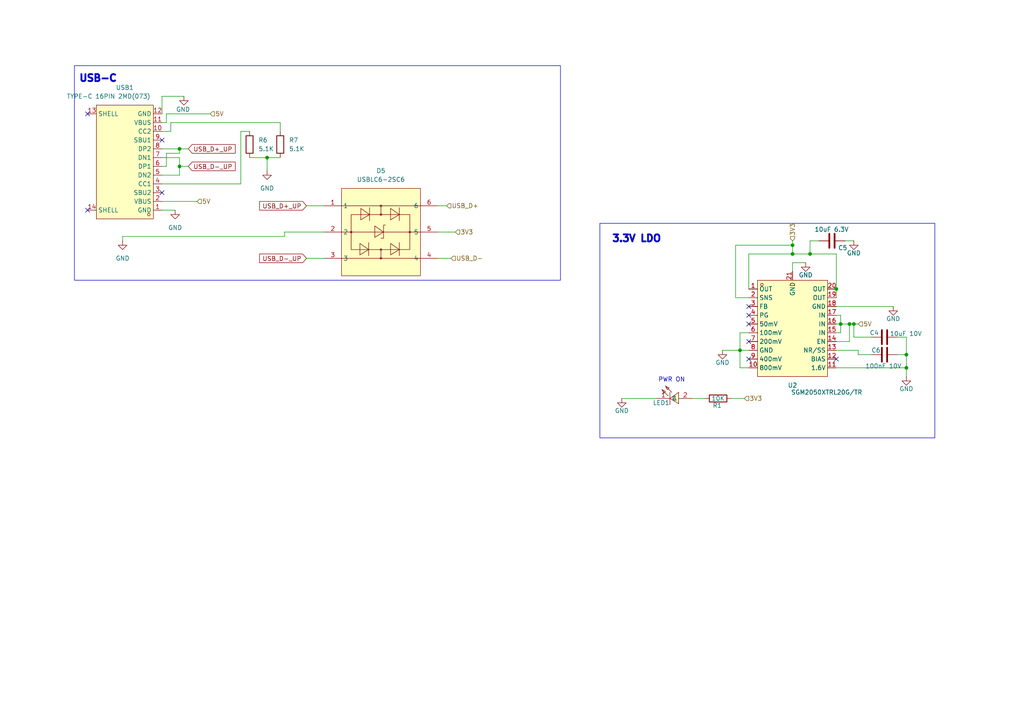
<source format=kicad_sch>
(kicad_sch (version 20250114) (generator "eeschema") (generator_version "9.0")
  (paper "A4")
  (lib_symbols
    (symbol "Device:C" (pin_numbers (hide yes)) (pin_names (offset 0.254))
      (property "Reference" "C" (at 0.635 2.54 0))
      (property "Value" "C" (at 0.635 -2.54 0))
      (symbol "C_0_1"
        (polyline (pts (xy -2.032 0.762) (xy 2.032 0.762)) (stroke (width 0.508)))
        (polyline (pts (xy -2.032 -0.762) (xy 2.032 -0.762)) (stroke (width 0.508)))
      )
      (symbol "C_1_1"
        (pin passive line (at 0 3.81 270) (length 2.794) (name "~") (number "1"))
        (pin passive line (at 0 -3.81 90) (length 2.794) (name "~") (number "2"))
      )
    )
    (symbol "Device:R" (pin_numbers (hide yes)) (pin_names (offset 0))
      (property "Reference" "R" (at 2.032 0 90))
      (property "Value" "R" (at 0 0 90))
      (symbol "R_0_1"
        (rectangle (start -1.016 -2.54) (end 1.016 2.54) (stroke (width 0.254)))
      )
      (symbol "R_1_1"
        (pin passive line (at 0 3.81 270) (length 1.27) (name "~") (number "1"))
        (pin passive line (at 0 -3.81 90) (length 1.27) (name "~") (number "2"))
      )
    )
    (symbol "easyeda2kicad:HL-PST-1608H233W(8000-12000K)"
      (property "Reference" "LED" (at 0 5.08 0))
      (property "Value" "HL-PST-1608H233W(8000-12000K)" (at 0 -5.08 0))
      (symbol "HL-PST-1608H233W(8000-12000K)_0_1"
        (polyline (pts (xy -3.56 2.54) (xy -2.54 2.03) (xy -3.05 1.52) (xy -3.56 2.54)) (fill (type background)))
        (polyline (pts (xy -2.54 3.56) (xy -1.52 3.05) (xy -2.03 2.54) (xy -2.54 3.56)) (fill (type background)))
        (polyline (pts (xy -1.78 0.76) (xy -3.56 2.54)))
        (polyline (pts (xy -1.27 -1.78) (xy -1.27 1.78)))
        (polyline (pts (xy -0.76 1.78) (xy -2.54 3.56)))
        (polyline (pts (xy 1.27 -1.52) (xy -1.27 0) (xy 1.27 1.78) (xy 1.27 -1.52)) (fill (type background)))
        (pin unspecified line (at -5.08 0 0) (length 3.81) (name "C") (number "1"))
        (pin unspecified line (at 5.08 0 180) (length 3.81) (name "A") (number "2"))
      )
    )
    (symbol "easyeda2kicad:SGM2050XTRL20G_TR"
      (property "Reference" "U" (at 0 20.32 0))
      (property "Value" "SGM2050XTRL20G/TR" (at 0 -17.78 0))
      (symbol "SGM2050XTRL20G_TR_0_1"
        (rectangle (start -10.16 12.7) (end 10.16 -15.24) (fill (type background)))
        (circle (center -8.89 11.43) (radius 0.38))
        (pin unspecified line (at -12.7 10.16 0) (length 2.54) (name "OUT") (number "1"))
        (pin unspecified line (at -12.7 7.62 0) (length 2.54) (name "SNS") (number "2"))
        (pin unspecified line (at -12.7 5.08 0) (length 2.54) (name "FB") (number "3"))
        (pin unspecified line (at -12.7 2.54 0) (length 2.54) (name "PG") (number "4"))
        (pin unspecified line (at -12.7 0 0) (length 2.54) (name "50mV") (number "5"))
        (pin unspecified line (at -12.7 -2.54 0) (length 2.54) (name "100mV") (number "6"))
        (pin unspecified line (at -12.7 -5.08 0) (length 2.54) (name "200mV") (number "7"))
        (pin unspecified line (at -12.7 -7.62 0) (length 2.54) (name "GND") (number "8"))
        (pin unspecified line (at -12.7 -10.16 0) (length 2.54) (name "400mV") (number "9"))
        (pin unspecified line (at -12.7 -12.7 0) (length 2.54) (name "800mV") (number "10"))
        (pin unspecified line (at 0 15.24 270) (length 2.54) (name "GND") (number "21"))
        (pin unspecified line (at 12.7 10.16 180) (length 2.54) (name "OUT") (number "20"))
        (pin unspecified line (at 12.7 7.62 180) (length 2.54) (name "OUT") (number "19"))
        (pin unspecified line (at 12.7 5.08 180) (length 2.54) (name "GND") (number "18"))
        (pin unspecified line (at 12.7 2.54 180) (length 2.54) (name "IN") (number "17"))
        (pin unspecified line (at 12.7 0 180) (length 2.54) (name "IN") (number "16"))
        (pin unspecified line (at 12.7 -2.54 180) (length 2.54) (name "IN") (number "15"))
        (pin unspecified line (at 12.7 -5.08 180) (length 2.54) (name "EN") (number "14"))
        (pin unspecified line (at 12.7 -7.62 180) (length 2.54) (name "NR/SS") (number "13"))
        (pin unspecified line (at 12.7 -10.16 180) (length 2.54) (name "BIAS") (number "12"))
        (pin unspecified line (at 12.7 -12.7 180) (length 2.54) (name "1.6V") (number "11"))
      )
    )
    (symbol "easyeda2kicad:TYPE-C16PIN2MD(073)"
      (property "Reference" "USB" (at 0 19.05 0))
      (property "Value" "TYPE-C 16PIN 2MD(073)" (at 0 -19.05 0))
      (symbol "TYPE-C16PIN2MD(073)_0_1"
        (rectangle (start -8.89 16.51) (end 7.62 -16.51) (fill (type background)))
        (circle (center -7.62 15.24) (radius 0.38))
        (pin unspecified line (at -11.43 13.97 0) (length 2.54) (name "GND") (number "1"))
        (pin unspecified line (at -11.43 11.43 0) (length 2.54) (name "VBUS") (number "2"))
        (pin unspecified line (at -11.43 8.89 0) (length 2.54) (name "SBU2") (number "3"))
        (pin unspecified line (at -11.43 6.35 0) (length 2.54) (name "CC1") (number "4"))
        (pin unspecified line (at -11.43 3.81 0) (length 2.54) (name "DN2") (number "5"))
        (pin unspecified line (at -11.43 1.27 0) (length 2.54) (name "DP1") (number "6"))
        (pin unspecified line (at -11.43 -1.27 0) (length 2.54) (name "DN1") (number "7"))
        (pin unspecified line (at -11.43 -3.81 0) (length 2.54) (name "DP2") (number "8"))
        (pin unspecified line (at -11.43 -6.35 0) (length 2.54) (name "SBU1") (number "9"))
        (pin unspecified line (at -11.43 -8.89 0) (length 2.54) (name "CC2") (number "10"))
        (pin unspecified line (at -11.43 -11.43 0) (length 2.54) (name "VBUS") (number "11"))
        (pin unspecified line (at -11.43 -13.97 0) (length 2.54) (name "GND") (number "12"))
        (pin unspecified line (at 10.16 13.97 180) (length 2.54) (name "SHELL") (number "14"))
        (pin unspecified line (at 10.16 -13.97 180) (length 2.54) (name "SHELL") (number "13"))
      )
    )
    (symbol "easyeda2kicad:USBLC6-2SC6"
      (property "Reference" "D" (at 0 12.7 0))
      (property "Value" "USBLC6-2SC6" (at 0 -12.7 0))
      (symbol "USBLC6-2SC6_0_1"
        (rectangle (start -11.43 12.7) (end 11.43 -12.7) (fill (type background)))
        (polyline (pts (xy -11.43 7.62) (xy 11.43 7.62)))
        (polyline (pts (xy -11.43 0) (xy 11.43 0)))
        (polyline (pts (xy -11.43 -7.62) (xy 11.43 -7.62)))
        (circle (center -8.64 0) (radius 0.25))
        (polyline (pts (xy -8.64 0) (xy -8.64 5.08) (xy 8.38 5.08) (xy 8.38 -5.08) (xy -8.64 -5.08) (xy -8.64 0)) (fill (type background)))
        (polyline (pts (xy -6.1 -6.6) (xy -3.56 -5.08) (xy -6.1 -3.3) (xy -6.1 -6.6)) (fill (type background)))
        (polyline (pts (xy -5.84 3.56) (xy -3.3 5.08) (xy -5.84 6.86) (xy -5.84 3.56)) (fill (type background)))
        (polyline (pts (xy -3.56 -3.05) (xy -3.56 -3.05) (xy -3.56 -6.86) (xy -3.56 -6.86)))
        (polyline (pts (xy -3.3 7.11) (xy -3.3 7.11) (xy -3.3 3.3) (xy -3.3 3.3)))
        (polyline (pts (xy -1.78 -1.52) (xy 0.76 0) (xy -1.78 1.78) (xy -1.78 -1.52)) (fill (type background)))
        (circle (center 0 7.62) (radius 0.25))
        (polyline (pts (xy 0 7.62) (xy 0 5.08)))
        (circle (center 0 5.08) (radius 0.25))
        (circle (center 0 -5.08) (radius 0.25))
        (polyline (pts (xy 0 -7.62) (xy 0 -5.08)))
        (circle (center 0 -7.62) (radius 0.25))
        (polyline (pts (xy 1.27 2.03) (xy 0.76 2.03) (xy 0.76 -1.78) (xy 0 -1.78)))
        (polyline (pts (xy 2.79 3.56) (xy 5.33 5.08) (xy 2.79 6.86) (xy 2.79 3.56)) (fill (type background)))
        (polyline (pts (xy 2.79 -6.6) (xy 5.33 -5.08) (xy 2.79 -3.3) (xy 2.79 -6.6)) (fill (type background)))
        (polyline (pts (xy 5.33 7.11) (xy 5.33 7.11) (xy 5.33 3.3) (xy 5.33 3.3)))
        (polyline (pts (xy 5.33 -3.05) (xy 5.33 -3.05) (xy 5.33 -6.86) (xy 5.33 -6.86)))
        (circle (center 8.38 0) (radius 0.25))
        (pin input line (at -16.51 7.62 0) (length 5.08) (name "1") (number "1"))
        (pin input line (at -16.51 0 0) (length 5.08) (name "2") (number "2"))
        (pin input line (at -16.51 -7.62 0) (length 5.08) (name "3") (number "3"))
        (pin input line (at 16.51 7.62 180) (length 5.08) (name "6") (number "6"))
        (pin input line (at 16.51 0 180) (length 5.08) (name "5") (number "5"))
        (pin input line (at 16.51 -7.62 180) (length 5.08) (name "4") (number "4"))
      )
    )
    (symbol "power:GND" (power) (pin_numbers (hide yes)) (pin_names (offset 0) (hide yes))
      (property "Value" "GND" (at 0 -3.81 0))
      (symbol "GND_0_1"
        (polyline (pts (xy 0 0) (xy 0 -1.27) (xy 1.27 -1.27) (xy 0 -2.54) (xy -1.27 -1.27) (xy 0 -1.27)))
      )
      (symbol "GND_1_1"
        (pin power_in line (at 0 0 270) (length 0) (name "~") (number "1"))
      )
    )
  )
  (rectangle (start 173.99 64.77) (end 271.145 127))
  (rectangle (start 21.59 19.05) (end 162.56 81.28))
  (text "USB-C" (at 28.448 22.86 0) (effects (font (size 2.032 2.032) (thickness 4.0742) (bold yes))))
  (text "3.3V LDO\n" (at 184.658 69.342 0) (effects (font (size 2.032 2.032) (thickness 4.0742) (bold yes))))
  (text "PWR ON" (at 194.818 110.236 0) (effects (font (size 1.27 1.27))))
  (junction (at 247.65 93.98))
  (junction (at 262.89 106.68))
  (junction (at 229.87 73.66))
  (junction (at 229.87 71.12))
  (junction (at 262.89 102.87))
  (junction (at 52.07 43.18))
  (junction (at 246.38 93.98))
  (junction (at 242.57 83.82))
  (junction (at 52.07 48.26))
  (junction (at 243.84 93.98))
  (junction (at 234.95 73.66))
  (junction (at 214.63 101.6))
  (junction (at 77.47 45.72))
  (no_connect (at 217.17 104.14))
  (no_connect (at 25.4 33.02))
  (no_connect (at 25.4 60.96))
  (no_connect (at 242.57 104.14))
  (no_connect (at 46.99 55.88))
  (no_connect (at 217.17 99.06))
  (no_connect (at 217.17 93.98))
  (no_connect (at 217.17 91.44))
  (no_connect (at 46.99 40.64))
  (no_connect (at 217.17 88.9))
  (wire (pts (xy 52.07 48.26) (xy 52.07 50.8)))
  (wire (pts (xy 242.57 99.06) (xy 246.38 99.06)))
  (wire (pts (xy 46.99 38.1) (xy 49.53 38.1)))
  (wire (pts (xy 200.66 115.57) (xy 204.47 115.57)))
  (wire (pts (xy 247.65 97.79) (xy 247.65 93.98)))
  (wire (pts (xy 213.36 71.12) (xy 213.36 86.36)))
  (wire (pts (xy 82.55 67.31) (xy 82.55 68.58)))
  (wire (pts (xy 48.26 33.02) (xy 60.96 33.02)))
  (wire (pts (xy 229.87 71.12) (xy 229.87 73.66)))
  (wire (pts (xy 243.84 91.44) (xy 242.57 91.44)))
  (wire (pts (xy 46.99 45.72) (xy 52.07 45.72)))
  (wire (pts (xy 52.07 45.72) (xy 52.07 48.26)))
  (wire (pts (xy 242.57 83.82) (xy 242.57 86.36)))
  (wire (pts (xy 213.36 71.12) (xy 229.87 71.12)))
  (wire (pts (xy 77.47 45.72) (xy 72.39 45.72)))
  (wire (pts (xy 242.57 83.82) (xy 242.57 73.66)))
  (wire (pts (xy 77.47 45.72) (xy 77.47 49.53)))
  (wire (pts (xy 82.55 67.31) (xy 93.98 67.31)))
  (wire (pts (xy 35.56 69.85) (xy 35.56 68.58)))
  (wire (pts (xy 262.89 106.68) (xy 262.89 102.87)))
  (wire (pts (xy 46.99 35.56) (xy 48.26 35.56)))
  (wire (pts (xy 237.49 69.85) (xy 234.95 69.85)))
  (wire (pts (xy 49.53 38.1) (xy 49.53 35.56)))
  (wire (pts (xy 248.92 93.98) (xy 247.65 93.98)))
  (wire (pts (xy 242.57 88.9) (xy 259.08 88.9)))
  (wire (pts (xy 214.63 106.68) (xy 214.63 101.6)))
  (wire (pts (xy 88.9 59.69) (xy 93.98 59.69)))
  (wire (pts (xy 46.99 27.94) (xy 53.34 27.94)))
  (wire (pts (xy 48.26 44.45) (xy 52.07 44.45)))
  (wire (pts (xy 248.92 101.6) (xy 248.92 102.87)))
  (wire (pts (xy 245.11 69.85) (xy 247.65 69.85)))
  (wire (pts (xy 46.99 43.18) (xy 52.07 43.18)))
  (wire (pts (xy 46.99 50.8) (xy 52.07 50.8)))
  (wire (pts (xy 229.87 69.85) (xy 229.87 71.12)))
  (wire (pts (xy 262.89 109.22) (xy 262.89 106.68)))
  (wire (pts (xy 48.26 48.26) (xy 48.26 44.45)))
  (wire (pts (xy 242.57 93.98) (xy 243.84 93.98)))
  (wire (pts (xy 81.28 35.56) (xy 81.28 38.1)))
  (wire (pts (xy 88.9 74.93) (xy 93.98 74.93)))
  (wire (pts (xy 127 59.69) (xy 129.54 59.69)))
  (wire (pts (xy 242.57 96.52) (xy 243.84 96.52)))
  (wire (pts (xy 243.84 93.98) (xy 243.84 91.44)))
  (wire (pts (xy 229.87 78.74) (xy 229.87 76.2)))
  (wire (pts (xy 260.35 102.87) (xy 262.89 102.87)))
  (wire (pts (xy 217.17 83.82) (xy 217.17 73.66)))
  (wire (pts (xy 77.47 45.72) (xy 81.28 45.72)))
  (wire (pts (xy 46.99 33.02) (xy 46.99 27.94)))
  (wire (pts (xy 213.36 86.36) (xy 217.17 86.36)))
  (wire (pts (xy 247.65 93.98) (xy 246.38 93.98)))
  (wire (pts (xy 46.99 48.26) (xy 48.26 48.26)))
  (wire (pts (xy 180.34 115.57) (xy 190.5 115.57)))
  (wire (pts (xy 48.26 35.56) (xy 48.26 33.02)))
  (wire (pts (xy 243.84 96.52) (xy 243.84 93.98)))
  (wire (pts (xy 217.17 106.68) (xy 214.63 106.68)))
  (wire (pts (xy 46.99 58.42) (xy 57.15 58.42)))
  (wire (pts (xy 49.53 35.56) (xy 81.28 35.56)))
  (wire (pts (xy 246.38 99.06) (xy 246.38 93.98)))
  (wire (pts (xy 217.17 96.52) (xy 214.63 96.52)))
  (wire (pts (xy 52.07 48.26) (xy 54.61 48.26)))
  (wire (pts (xy 248.92 102.87) (xy 252.73 102.87)))
  (wire (pts (xy 35.56 68.58) (xy 82.55 68.58)))
  (wire (pts (xy 234.95 69.85) (xy 234.95 73.66)))
  (wire (pts (xy 69.85 53.34) (xy 69.85 38.1)))
  (wire (pts (xy 46.99 53.34) (xy 69.85 53.34)))
  (wire (pts (xy 52.07 43.18) (xy 54.61 43.18)))
  (wire (pts (xy 229.87 76.2) (xy 233.68 76.2)))
  (wire (pts (xy 214.63 101.6) (xy 217.17 101.6)))
  (wire (pts (xy 217.17 73.66) (xy 229.87 73.66)))
  (wire (pts (xy 262.89 97.79) (xy 260.35 97.79)))
  (wire (pts (xy 127 67.31) (xy 132.08 67.31)))
  (wire (pts (xy 209.55 101.6) (xy 214.63 101.6)))
  (wire (pts (xy 229.87 73.66) (xy 234.95 73.66)))
  (wire (pts (xy 127 74.93) (xy 130.81 74.93)))
  (wire (pts (xy 212.09 115.57) (xy 215.9 115.57)))
  (wire (pts (xy 52.07 43.18) (xy 52.07 44.45)))
  (wire (pts (xy 262.89 102.87) (xy 262.89 97.79)))
  (wire (pts (xy 242.57 106.68) (xy 262.89 106.68)))
  (wire (pts (xy 247.65 97.79) (xy 252.73 97.79)))
  (wire (pts (xy 46.99 60.96) (xy 50.8 60.96)))
  (wire (pts (xy 246.38 93.98) (xy 243.84 93.98)))
  (wire (pts (xy 69.85 38.1) (xy 72.39 38.1)))
  (wire (pts (xy 214.63 96.52) (xy 214.63 101.6)))
  (wire (pts (xy 242.57 101.6) (xy 248.92 101.6)))
  (wire (pts (xy 234.95 73.66) (xy 242.57 73.66)))
  (global_label "USB_D-_UP" (shape input) (at 54.61 48.26 0) (property "Intersheetrefs" "${INTERSHEET_REFS}" (effects (hide yes))))
  (global_label "USB_D+_UP" (shape input) (at 88.9 59.69 180) (property "Intersheetrefs" "${INTERSHEET_REFS}" (effects (hide yes))))
  (global_label "USB_D-_UP" (shape input) (at 88.9 74.93 180) (property "Intersheetrefs" "${INTERSHEET_REFS}" (effects (hide yes))))
  (global_label "USB_D+_UP" (shape input) (at 54.61 43.18 0) (property "Intersheetrefs" "${INTERSHEET_REFS}" (effects (hide yes))))
  (hierarchical_label "USB_D+" (shape input) (at 129.54 59.69 0))
  (hierarchical_label "5V" (shape input) (at 57.15 58.42 0))
  (hierarchical_label "3V3" (shape input) (at 132.08 67.31 0))
  (hierarchical_label "USB_D-" (shape input) (at 130.81 74.93 0))
  (hierarchical_label "5V" (shape input) (at 60.96 33.02 0))
  (hierarchical_label "3V3" (shape input) (at 229.87 69.85 90))
  (hierarchical_label "3V3" (shape input) (at 215.9 115.57 0))
  (hierarchical_label "5V" (shape input) (at 248.92 93.98 0))
  (symbol (lib_id "Device:C") (at 241.3 69.85 270) (unit 1)
    (property "Reference" "C5" (at 243.078 71.882 90) (effects (justify left)))
    (property "Value" "10uF 6.3V" (at 236.22 66.548 90) (effects (justify left)))
    (property "Footprint" "Capacitor_SMD:C_0402_1005Metric" (effects (hide yes)))
    (property "Description" "Unpolarized capacitor" (effects (hide yes)))
  )
  (symbol (lib_id "power:GND") (at 247.65 69.85 0) (unit 1)
    (property "Reference" "#PWR011" (effects (hide yes)))
    (property "Value" "GND" (at 247.65 73.406 0))
    (property "Description" "Power symbol creates a global label with name \"GND\" , ground" (effects (hide yes)))
  )
  (symbol (lib_id "easyeda2kicad:HL-PST-1608H233W(8000-12000K)") (at 195.58 115.57 0) (unit 1)
    (property "Reference" "LED1" (at 191.77 116.84 0))
    (property "Value" "HL-PST-1608H233W(8000-12000K)" (effects (hide yes)))
    (property "Footprint" "easyeda2kicad:LED-SMD_L1.6-W0.8-RD-WHITE-2" (effects (hide yes)))
    (property "Datasheet" "https://lcsc.com/product-detail/Light-Emitting-Diodes-LED_Hongli-Zhihui-HONGLITRONIC-HL-PST-1608H233W-8000-12000K_C219228.html" (effects (hide yes)))
    (property "LCSC Part" "C219228" (effects (hide yes)))
  )
  (symbol (lib_id "easyeda2kicad:TYPE-C16PIN2MD(073)") (at 35.56 46.99 180) (unit 1)
    (property "Reference" "USB1" (at 36.195 25.4 0))
    (property "Value" "TYPE-C 16PIN 2MD(073)" (at 31.496 27.94 0))
    (property "Footprint" "easyeda2kicad:USB-C-SMD_TYPE-C-6PIN-2MD-073" (effects (hide yes)))
    (property "LCSC Part" "C2765186" (effects (hide yes)))
  )
  (symbol (lib_id "easyeda2kicad:USBLC6-2SC6") (at 110.49 67.31 0) (unit 1)
    (property "Reference" "D5" (at 110.49 49.53 0))
    (property "Value" "USBLC6-2SC6" (at 110.49 52.07 0))
    (property "Footprint" "easyeda2kicad:SOT-23-6_L2.9-W1.6-P0.95-LS2.8-BL" (effects (hide yes)))
    (property "Datasheet" "https://lcsc.com/product-detail/Diodes-ESD_STMicroelectronics_USBLC6-2SC6_USBLC6-2SC6_C7519.html" (effects (hide yes)))
    (property "LCSC Part" "C7519" (effects (hide yes)))
  )
  (symbol (lib_id "easyeda2kicad:SGM2050XTRL20G_TR") (at 229.87 93.98 0) (unit 1)
    (property "Reference" "U2" (at 229.87 111.76 0))
    (property "Value" "SGM2050XTRL20G/TR" (at 239.776 113.792 0))
    (property "Footprint" "easyeda2kicad:VQFN-20_L3.5-W3.5-P0.50-BL-EP2.1" (effects (hide yes)))
    (property "LCSC Part" "C5152883" (effects (hide yes)))
  )
  (symbol (lib_id "power:GND") (at 180.34 115.57 0) (unit 1)
    (property "Reference" "#PWR013" (effects (hide yes)))
    (property "Value" "GND" (at 180.34 119.126 0))
    (property "Description" "Power symbol creates a global label with name \"GND\" , ground" (effects (hide yes)))
  )
  (symbol (lib_id "power:GND") (at 50.8 60.96 0) (unit 1)
    (property "Reference" "#PWR028" (effects (hide yes)))
    (property "Value" "GND" (at 50.8 66.04 0))
    (property "Description" "Power symbol creates a global label with name \"GND\" , ground" (effects (hide yes)))
  )
  (symbol (lib_id "power:GND") (at 209.55 101.6 0) (unit 1)
    (property "Reference" "#PWR012" (effects (hide yes)))
    (property "Value" "GND" (at 209.55 105.156 0))
    (property "Description" "Power symbol creates a global label with name \"GND\" , ground" (effects (hide yes)))
  )
  (symbol (lib_id "Device:R") (at 81.28 41.91 0) (unit 1)
    (property "Reference" "R7" (at 83.82 40.6399 0) (effects (justify left)))
    (property "Value" "5.1K" (at 83.82 43.1799 0) (effects (justify left)))
    (property "Footprint" "Resistor_SMD:R_0402_1005Metric_Pad0.72x0.64mm_HandSolder" (effects (hide yes)))
    (property "Description" "Resistor" (effects (hide yes)))
  )
  (symbol (lib_id "power:GND") (at 233.68 76.2 0) (unit 1)
    (property "Reference" "#PWR08" (effects (hide yes)))
    (property "Value" "GND" (at 233.68 79.756 0))
    (property "Description" "Power symbol creates a global label with name \"GND\" , ground" (effects (hide yes)))
  )
  (symbol (lib_id "power:GND") (at 259.08 88.9 0) (unit 1)
    (property "Reference" "#PWR09" (effects (hide yes)))
    (property "Value" "GND" (at 259.08 92.456 0))
    (property "Description" "Power symbol creates a global label with name \"GND\" , ground" (effects (hide yes)))
  )
  (symbol (lib_id "Device:C") (at 256.54 102.87 270) (unit 1)
    (property "Reference" "C6" (at 252.73 101.6 90) (effects (justify left)))
    (property "Value" "100nF 10V" (at 250.952 106.172 90) (effects (justify left)))
    (property "Footprint" "Capacitor_SMD:C_0402_1005Metric" (effects (hide yes)))
    (property "Description" "Unpolarized capacitor" (effects (hide yes)))
  )
  (symbol (lib_id "power:GND") (at 53.34 27.94 0) (unit 1)
    (property "Reference" "#PWR027" (effects (hide yes)))
    (property "Value" "GND" (at 53.086 31.75 0))
    (property "Description" "Power symbol creates a global label with name \"GND\" , ground" (effects (hide yes)))
  )
  (symbol (lib_id "Device:C") (at 256.54 97.79 270) (unit 1)
    (property "Reference" "C4" (at 252.222 96.52 90) (effects (justify left)))
    (property "Value" "10uF 10V" (at 258.064 96.774 90) (effects (justify left)))
    (property "Footprint" "Capacitor_SMD:C_0402_1005Metric" (effects (hide yes)))
    (property "Description" "Unpolarized capacitor" (effects (hide yes)))
  )
  (symbol (lib_id "power:GND") (at 262.89 109.22 0) (unit 1)
    (property "Reference" "#PWR010" (effects (hide yes)))
    (property "Value" "GND" (at 262.89 112.776 0))
    (property "Description" "Power symbol creates a global label with name \"GND\" , ground" (effects (hide yes)))
  )
  (symbol (lib_id "Device:R") (at 208.28 115.57 270) (unit 1)
    (property "Reference" "R1" (at 208.026 117.602 90))
    (property "Value" "10K" (at 208.28 115.57 90))
    (property "Footprint" "Resistor_SMD:R_0402_1005Metric_Pad0.72x0.64mm_HandSolder" (effects (hide yes)))
    (property "Description" "Resistor" (effects (hide yes)))
  )
  (symbol (lib_id "Device:R") (at 72.39 41.91 0) (unit 1)
    (property "Reference" "R6" (at 74.93 40.6399 0) (effects (justify left)))
    (property "Value" "5.1K" (at 74.93 43.1799 0) (effects (justify left)))
    (property "Footprint" "Resistor_SMD:R_0402_1005Metric_Pad0.72x0.64mm_HandSolder" (effects (hide yes)))
    (property "Description" "Resistor" (effects (hide yes)))
  )
  (symbol (lib_id "power:GND") (at 35.56 69.85 0) (unit 1)
    (property "Reference" "#PWR022" (effects (hide yes)))
    (property "Value" "GND" (at 35.56 74.93 0))
    (property "Description" "Power symbol creates a global label with name \"GND\" , ground" (effects (hide yes)))
  )
  (symbol (lib_id "power:GND") (at 77.47 49.53 0) (unit 1)
    (property "Reference" "#PWR025" (effects (hide yes)))
    (property "Value" "GND" (at 77.47 54.61 0))
    (property "Description" "Power symbol creates a global label with name \"GND\" , ground" (effects (hide yes)))
  )
)
</source>
